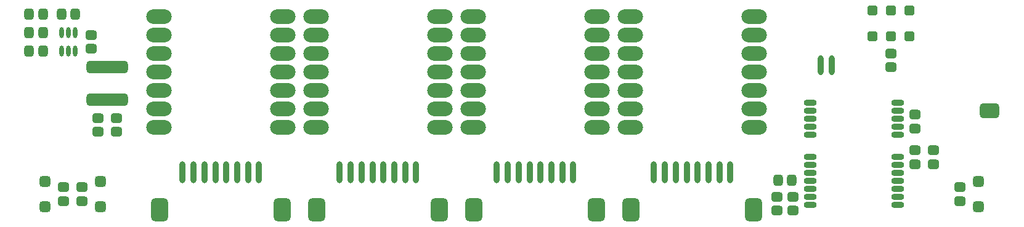
<source format=gtp>
%TF.GenerationSoftware,KiCad,Pcbnew,7.0.5-0*%
%TF.CreationDate,2023-09-25T22:43:47+01:00*%
%TF.ProjectId,INCLINOMETER_BOARD,494e434c-494e-44f4-9d45-5445525f424f,rev?*%
%TF.SameCoordinates,Original*%
%TF.FileFunction,Paste,Top*%
%TF.FilePolarity,Positive*%
%FSLAX46Y46*%
G04 Gerber Fmt 4.6, Leading zero omitted, Abs format (unit mm)*
G04 Created by KiCad (PCBNEW 7.0.5-0) date 2023-09-25 22:43:47*
%MOMM*%
%LPD*%
G01*
G04 APERTURE LIST*
G04 Aperture macros list*
%AMRoundRect*
0 Rectangle with rounded corners*
0 $1 Rounding radius*
0 $2 $3 $4 $5 $6 $7 $8 $9 X,Y pos of 4 corners*
0 Add a 4 corners polygon primitive as box body*
4,1,4,$2,$3,$4,$5,$6,$7,$8,$9,$2,$3,0*
0 Add four circle primitives for the rounded corners*
1,1,$1+$1,$2,$3*
1,1,$1+$1,$4,$5*
1,1,$1+$1,$6,$7*
1,1,$1+$1,$8,$9*
0 Add four rect primitives between the rounded corners*
20,1,$1+$1,$2,$3,$4,$5,0*
20,1,$1+$1,$4,$5,$6,$7,0*
20,1,$1+$1,$6,$7,$8,$9,0*
20,1,$1+$1,$8,$9,$2,$3,0*%
G04 Aperture macros list end*
%ADD10RoundRect,0.325000X-0.325000X-0.425000X0.325000X-0.425000X0.325000X0.425000X-0.325000X0.425000X0*%
%ADD11RoundRect,0.325000X0.425000X-0.325000X0.425000X0.325000X-0.425000X0.325000X-0.425000X-0.325000X0*%
%ADD12RoundRect,0.350000X0.350000X-0.350000X0.350000X0.350000X-0.350000X0.350000X-0.350000X-0.350000X0*%
%ADD13RoundRect,0.325000X-0.425000X0.325000X-0.425000X-0.325000X0.425000X-0.325000X0.425000X0.325000X0*%
%ADD14RoundRect,0.600000X0.600000X1.000000X-0.600000X1.000000X-0.600000X-1.000000X0.600000X-1.000000X0*%
%ADD15RoundRect,0.450000X0.000000X1.050000X0.000000X1.050000X0.000000X-1.050000X0.000000X-1.050000X0*%
%ADD16RoundRect,1.000000X-0.750000X0.000000X0.750000X0.000000X0.750000X0.000000X-0.750000X0.000000X0*%
%ADD17RoundRect,0.375000X0.375000X-0.375000X0.375000X0.375000X-0.375000X0.375000X-0.375000X-0.375000X0*%
%ADD18RoundRect,0.425000X-2.425000X0.425000X-2.425000X-0.425000X2.425000X-0.425000X2.425000X0.425000X0*%
%ADD19RoundRect,0.517500X-0.832500X0.517500X-0.832500X-0.517500X0.832500X-0.517500X0.832500X0.517500X0*%
%ADD20RoundRect,0.400000X0.500000X0.000000X-0.500000X0.000000X-0.500000X0.000000X0.500000X0.000000X0*%
%ADD21RoundRect,0.300000X0.000000X0.450000X0.000000X-0.450000X0.000000X-0.450000X0.000000X0.450000X0*%
%ADD22RoundRect,0.400000X0.000000X0.975000X0.000000X-0.975000X0.000000X-0.975000X0.000000X0.975000X0*%
G04 APERTURE END LIST*
D10*
%TO.C,C6*%
X188978500Y-95250000D03*
X190878500Y-95250000D03*
%TD*%
%TO.C,R2*%
X90490000Y-72390000D03*
X92390000Y-72390000D03*
%TD*%
D11*
%TO.C,C4*%
X95504000Y-88580000D03*
X95504000Y-86680000D03*
%TD*%
D12*
%TO.C,D5*%
X207010000Y-75410000D03*
X207010000Y-71910000D03*
%TD*%
D13*
%TO.C,C9*%
X210312000Y-91125000D03*
X210312000Y-93025000D03*
%TD*%
%TO.C,R6*%
X207772000Y-91125000D03*
X207772000Y-93025000D03*
%TD*%
D14*
%TO.C,J2*%
X168715000Y-99350000D03*
X185615000Y-99350000D03*
D15*
X171915000Y-94200000D03*
X173415000Y-94200000D03*
X174915000Y-94200000D03*
X176415000Y-94200000D03*
X177915000Y-94200000D03*
X179415000Y-94200000D03*
X180915000Y-94200000D03*
X182415000Y-94200000D03*
%TD*%
D16*
%TO.C,IC4*%
X147075000Y-72730000D03*
X147075000Y-75270000D03*
X147075000Y-77810000D03*
X147075000Y-80350000D03*
X147075000Y-82890000D03*
X147075000Y-85430000D03*
X147075000Y-87970000D03*
X164075000Y-87970000D03*
X164075000Y-85430000D03*
X164075000Y-82890000D03*
X164075000Y-80350000D03*
X164075000Y-77810000D03*
X164075000Y-75270000D03*
X164075000Y-72730000D03*
%TD*%
D11*
%TO.C,R3*%
X90805000Y-98105000D03*
X90805000Y-96205000D03*
%TD*%
D13*
%TO.C,R5*%
X204470000Y-77790000D03*
X204470000Y-79690000D03*
%TD*%
D16*
%TO.C,IC2*%
X103895000Y-72730000D03*
X103895000Y-75270000D03*
X103895000Y-77810000D03*
X103895000Y-80350000D03*
X103895000Y-82890000D03*
X103895000Y-85430000D03*
X103895000Y-87970000D03*
X120895000Y-87970000D03*
X120895000Y-85430000D03*
X120895000Y-82890000D03*
X120895000Y-80350000D03*
X120895000Y-77810000D03*
X120895000Y-75270000D03*
X120895000Y-72730000D03*
%TD*%
D10*
%TO.C,C2*%
X86045000Y-77470000D03*
X87945000Y-77470000D03*
%TD*%
D11*
%TO.C,R4*%
X93345000Y-98105000D03*
X93345000Y-96205000D03*
%TD*%
D17*
%TO.C,D2*%
X95885000Y-95405000D03*
X95885000Y-98905000D03*
%TD*%
D11*
%TO.C,R7*%
X213995000Y-98105000D03*
X213995000Y-96205000D03*
%TD*%
D16*
%TO.C,IC3*%
X125485000Y-72730000D03*
X125485000Y-75270000D03*
X125485000Y-77810000D03*
X125485000Y-80350000D03*
X125485000Y-82890000D03*
X125485000Y-85430000D03*
X125485000Y-87970000D03*
X142485000Y-87970000D03*
X142485000Y-85430000D03*
X142485000Y-82890000D03*
X142485000Y-80350000D03*
X142485000Y-77810000D03*
X142485000Y-75270000D03*
X142485000Y-72730000D03*
%TD*%
D11*
%TO.C,C5*%
X98044000Y-88580000D03*
X98044000Y-86680000D03*
%TD*%
%TO.C,L2*%
X207772000Y-88118028D03*
X207772000Y-86218028D03*
%TD*%
D17*
%TO.C,D6*%
X216535000Y-95405000D03*
X216535000Y-98905000D03*
%TD*%
D18*
%TO.C,L1*%
X96774000Y-79665000D03*
X96774000Y-84165000D03*
%TD*%
D14*
%TO.C,J1*%
X125535000Y-99350000D03*
X142435000Y-99350000D03*
D15*
X128735000Y-94200000D03*
X130235000Y-94200000D03*
X131735000Y-94200000D03*
X133235000Y-94200000D03*
X134735000Y-94200000D03*
X136235000Y-94200000D03*
X137735000Y-94200000D03*
X139235000Y-94200000D03*
%TD*%
D11*
%TO.C,C8*%
X191008000Y-99425000D03*
X191008000Y-97525000D03*
%TD*%
D14*
%TO.C,J3*%
X103945000Y-99350000D03*
X120845000Y-99350000D03*
D15*
X107145000Y-94200000D03*
X108645000Y-94200000D03*
X110145000Y-94200000D03*
X111645000Y-94200000D03*
X113145000Y-94200000D03*
X114645000Y-94200000D03*
X116145000Y-94200000D03*
X117645000Y-94200000D03*
%TD*%
D17*
%TO.C,D1*%
X88265000Y-95405000D03*
X88265000Y-98905000D03*
%TD*%
D10*
%TO.C,C1*%
X86045000Y-74930000D03*
X87945000Y-74930000D03*
%TD*%
D11*
%TO.C,C7*%
X188849000Y-99425000D03*
X188849000Y-97525000D03*
%TD*%
D10*
%TO.C,R1*%
X86045000Y-72390000D03*
X87945000Y-72390000D03*
%TD*%
D19*
%TO.C,J7*%
X218060000Y-85725000D03*
%TD*%
D12*
%TO.C,D4*%
X204470000Y-75410000D03*
X204470000Y-71910000D03*
%TD*%
D11*
%TO.C,C3*%
X94615000Y-77150000D03*
X94615000Y-75250000D03*
%TD*%
D20*
%TO.C,IC6*%
X205390000Y-98625000D03*
X205390000Y-97525000D03*
X205390000Y-96425000D03*
X205390000Y-95325000D03*
X205390000Y-94225000D03*
X205390000Y-93125000D03*
X205390000Y-92025000D03*
X205390000Y-89025000D03*
X205390000Y-87925000D03*
X205390000Y-86825000D03*
X205390000Y-85725000D03*
X205390000Y-84625000D03*
X193390000Y-84625000D03*
X193390000Y-85725000D03*
X193390000Y-86825000D03*
X193390000Y-87925000D03*
X193390000Y-89025000D03*
X193390000Y-92025000D03*
X193390000Y-93125000D03*
X193390000Y-94225000D03*
X193390000Y-95325000D03*
X193390000Y-96425000D03*
X193390000Y-97525000D03*
X193390000Y-98625000D03*
%TD*%
D14*
%TO.C,J4*%
X147125000Y-99350000D03*
X164025000Y-99350000D03*
D15*
X150325000Y-94200000D03*
X151825000Y-94200000D03*
X153325000Y-94200000D03*
X154825000Y-94200000D03*
X156325000Y-94200000D03*
X157825000Y-94200000D03*
X159325000Y-94200000D03*
X160825000Y-94200000D03*
%TD*%
D16*
%TO.C,IC5*%
X168665000Y-72730000D03*
X168665000Y-75270000D03*
X168665000Y-77810000D03*
X168665000Y-80350000D03*
X168665000Y-82890000D03*
X168665000Y-85430000D03*
X168665000Y-87970000D03*
X185665000Y-87970000D03*
X185665000Y-85430000D03*
X185665000Y-82890000D03*
X185665000Y-80350000D03*
X185665000Y-77810000D03*
X185665000Y-75270000D03*
X185665000Y-72730000D03*
%TD*%
D21*
%TO.C,IC1*%
X92390000Y-74900000D03*
X91440000Y-74900000D03*
X90490000Y-74900000D03*
X90490000Y-77500000D03*
X91440000Y-77500000D03*
X92390000Y-77500000D03*
%TD*%
D12*
%TO.C,D3*%
X201930000Y-75410000D03*
X201930000Y-71910000D03*
%TD*%
D22*
%TO.C,BT1*%
X196330000Y-79395000D03*
X194830000Y-79395000D03*
%TD*%
M02*

</source>
